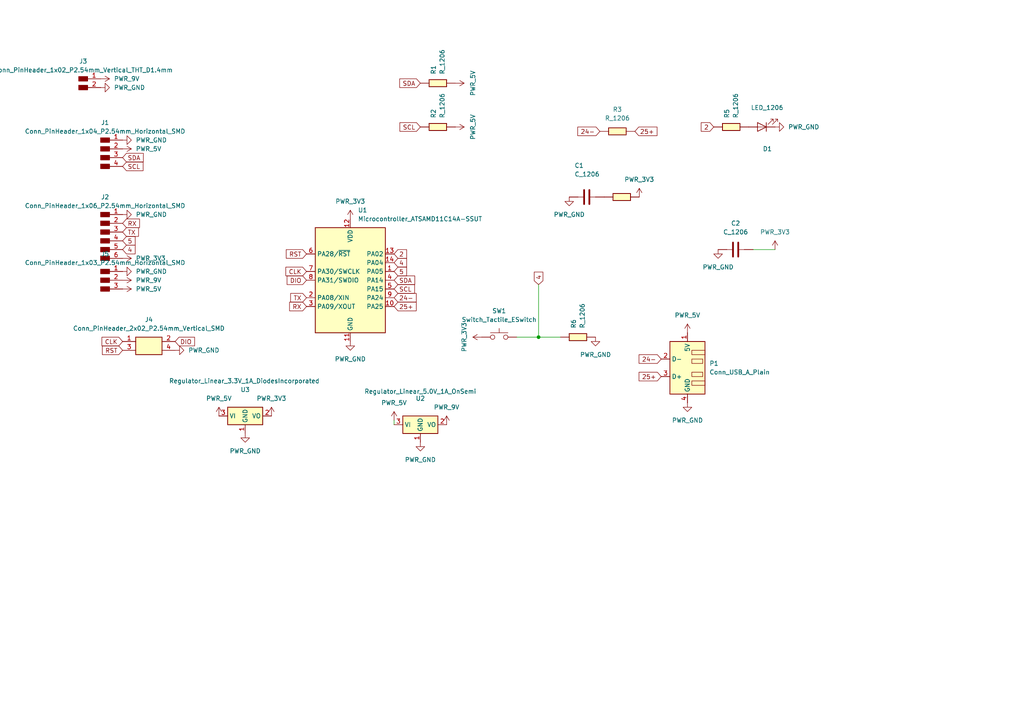
<source format=kicad_sch>
(kicad_sch (version 20231120) (generator "eeschema") (generator_version "8.0")
  (paper "A4")
  (lib_symbols
    (symbol "Fabac:C_1206" (pin_numbers hide)
      (property "Reference" "C" (at 0.635 2.54 0))
      (property "Value" "C_1206" (at 0.635 -2.54 0))
      (symbol "C_1206_0_1"
        (polyline (pts (xy -2.032 -0.762) (xy 2.032 -0.762)) (stroke (width 0.508)))
        (polyline (pts (xy -2.032 0.762) (xy 2.032 0.762)) (stroke (width 0.508)))
        (polyline (pts (xy 0 -0.635) (xy 0 -2.54)))
        (polyline (pts (xy 0 0.635) (xy 0 2.54)))
      )
      (symbol "C_1206_1_1"
        (pin passive line (at 0 5.08 270) (length 2.54) (name "~") (number "1"))
        (pin passive line (at 0 -5.08 90) (length 2.54) (name "~") (number "2"))
      )
    )
    (symbol "Fabac:Conn_PinHeader_1x02_P2.54mm_Vertical_THT_D1.4mm" (pin_names hide)
      (property "Reference" "J" (at 0 2.54 0))
      (property "Value" "Conn_PinHeader_1x02_P2.54mm_Vertical_THT_D1.4mm" (at 0 -5.08 0))
      (symbol "Conn_PinHeader_1x02_P2.54mm_Vertical_THT_D1.4mm_1_1"
        (rectangle (start -1.27 -1.905) (end 1.27 -3.175) (stroke (width 0.254)) (fill (type outline)))
        (rectangle (start -1.27 0.635) (end 1.27 -0.635) (stroke (width 0.254)) (fill (type outline)))
        (pin passive line (at 5.08 0 180) (length 3.81) (name "Pin_1") (number "1"))
        (pin passive line (at 5.08 -2.54 180) (length 3.81) (name "Pin_2") (number "2"))
      )
    )
    (symbol "Fabac:Conn_PinHeader_1x03_P2.54mm_Horizontal_SMD" (pin_names hide)
      (property "Reference" "J" (at 0 5.08 0))
      (property "Value" "Conn_PinHeader_1x03_P2.54mm_Horizontal_SMD" (at 0 -5.08 0))
      (symbol "Conn_PinHeader_1x03_P2.54mm_Horizontal_SMD_1_1"
        (rectangle (start -1.27 -1.905) (end 1.27 -3.175) (stroke (width 0.254)) (fill (type outline)))
        (rectangle (start -1.27 0.635) (end 1.27 -0.635) (stroke (width 0.254)) (fill (type outline)))
        (rectangle (start -1.27 3.175) (end 1.27 1.905) (stroke (width 0.254)) (fill (type outline)))
        (pin passive line (at 5.08 2.54 180) (length 3.81) (name "Pin_1") (number "1"))
        (pin passive line (at 5.08 0 180) (length 3.81) (name "Pin_2") (number "2"))
        (pin passive line (at 5.08 -2.54 180) (length 3.81) (name "Pin_3") (number "3"))
      )
    )
    (symbol "Fabac:Conn_PinHeader_1x04_P2.54mm_Horizontal_SMD" (pin_names hide)
      (property "Reference" "J" (at 0 5.08 0))
      (property "Value" "Conn_PinHeader_1x04_P2.54mm_Horizontal_SMD" (at 0 -7.62 0))
      (symbol "Conn_PinHeader_1x04_P2.54mm_Horizontal_SMD_1_1"
        (rectangle (start -1.27 -4.445) (end 1.27 -5.715) (stroke (width 0.254)) (fill (type outline)))
        (rectangle (start -1.27 -1.905) (end 1.27 -3.175) (stroke (width 0.254)) (fill (type outline)))
        (rectangle (start -1.27 0.635) (end 1.27 -0.635) (stroke (width 0.254)) (fill (type outline)))
        (rectangle (start -1.27 3.175) (end 1.27 1.905) (stroke (width 0.254)) (fill (type outline)))
        (pin passive line (at 5.08 2.54 180) (length 3.81) (name "Pin_1") (number "1"))
        (pin passive line (at 5.08 0 180) (length 3.81) (name "Pin_2") (number "2"))
        (pin passive line (at 5.08 -2.54 180) (length 3.81) (name "Pin_3") (number "3"))
        (pin passive line (at 5.08 -5.08 180) (length 3.81) (name "Pin_4") (number "4"))
      )
    )
    (symbol "Fabac:Conn_PinHeader_1x06_P2.54mm_Horizontal_SMD" (pin_names hide)
      (property "Reference" "J" (at 0 7.62 0))
      (property "Value" "Conn_PinHeader_1x06_P2.54mm_Horizontal_SMD" (at 0 -10.16 0))
      (symbol "Conn_PinHeader_1x06_P2.54mm_Horizontal_SMD_1_1"
        (rectangle (start -1.27 -6.985) (end 1.27 -8.255) (stroke (width 0.254)) (fill (type outline)))
        (rectangle (start -1.27 -4.445) (end 1.27 -5.715) (stroke (width 0.254)) (fill (type outline)))
        (rectangle (start -1.27 -1.905) (end 1.27 -3.175) (stroke (width 0.254)) (fill (type outline)))
        (rectangle (start -1.27 0.635) (end 1.27 -0.635) (stroke (width 0.254)) (fill (type outline)))
        (rectangle (start -1.27 3.175) (end 1.27 1.905) (stroke (width 0.254)) (fill (type outline)))
        (rectangle (start -1.27 5.715) (end 1.27 4.445) (stroke (width 0.254)) (fill (type outline)))
        (pin passive line (at 5.08 5.08 180) (length 3.81) (name "Pin_1") (number "1"))
        (pin passive line (at 5.08 2.54 180) (length 3.81) (name "Pin_2") (number "2"))
        (pin passive line (at 5.08 0 180) (length 3.81) (name "Pin_3") (number "3"))
        (pin passive line (at 5.08 -2.54 180) (length 3.81) (name "Pin_4") (number "4"))
        (pin passive line (at 5.08 -5.08 180) (length 3.81) (name "Pin_5") (number "5"))
        (pin passive line (at 5.08 -7.62 180) (length 3.81) (name "Pin_6") (number "6"))
      )
    )
    (symbol "Fabac:Conn_PinHeader_2x02_P2.54mm_Vertical_SMD" (pin_names hide)
      (property "Reference" "J" (at 0 3.81 0))
      (property "Value" "Conn_PinHeader_2x02_P2.54mm_Vertical_SMD" (at 0 -3.81 0))
      (symbol "Conn_PinHeader_2x02_P2.54mm_Vertical_SMD_1_1"
        (rectangle (start -3.81 2.54) (end 3.81 -2.54) (stroke (width 0.254)) (fill (type background)))
        (pin passive line (at -7.62 1.27 0) (length 3.81) (name "Pin_1") (number "1"))
        (pin passive line (at 7.62 1.27 180) (length 3.81) (name "Pin_2") (number "2"))
        (pin passive line (at -7.62 -1.27 0) (length 3.81) (name "Pin_3") (number "3"))
        (pin passive line (at 7.62 -1.27 180) (length 3.81) (name "Pin_4") (number "4"))
      )
    )
    (symbol "Fabac:Conn_USB_A_Plain"
      (property "Reference" "P" (at -5.08 8.89 0))
      (property "Value" "Conn_USB_A_Plain" (at 1.27 8.89 0))
      (symbol "Conn_USB_A_Plain_0_1"
        (rectangle (start -5.08 7.62) (end 5.08 -7.62) (stroke (width 0.254)) (fill (type background)))
        (rectangle (start 1.27 -3.81) (end 5.08 -5.08))
        (rectangle (start 1.27 -1.27) (end 4.445 -2.54))
        (rectangle (start 1.27 2.54) (end 4.445 1.27))
        (rectangle (start 1.27 5.08) (end 5.08 3.81))
      )
      (symbol "Conn_USB_A_Plain_1_1"
        (pin power_in line (at 0 10.16 270) (length 2.54) (name "5V") (number "1"))
        (pin bidirectional line (at -7.62 2.54 0) (length 2.54) (name "D-") (number "2"))
        (pin bidirectional line (at -7.62 -2.54 0) (length 2.54) (name "D+") (number "3"))
        (pin power_in line (at 0 -10.16 90) (length 2.54) (name "GND") (number "4"))
      )
    )
    (symbol "Fabac:LED_1206" (pin_numbers hide) (pin_names (offset 1.016) hide)
      (property "Reference" "D" (at 0 2.54 0))
      (property "Value" "LED_1206" (at 0 -2.54 0))
      (symbol "LED_1206_0_1"
        (polyline (pts (xy -1.27 -1.27) (xy -1.27 1.27)) (stroke (width 0.2032)))
        (polyline (pts (xy -1.27 0) (xy 1.27 0)))
        (polyline (pts (xy 1.27 -1.27) (xy 1.27 1.27) (xy -1.27 0) (xy 1.27 -1.27)) (stroke (width 0.2032)))
        (polyline (pts (xy -3.048 -0.762) (xy -4.572 -2.286) (xy -3.81 -2.286) (xy -4.572 -2.286) (xy -4.572 -1.524)))
        (polyline (pts (xy -1.778 -0.762) (xy -3.302 -2.286) (xy -2.54 -2.286) (xy -3.302 -2.286) (xy -3.302 -1.524)))
      )
      (symbol "LED_1206_1_1"
        (pin passive line (at -3.81 0 0) (length 2.54) (name "K") (number "1"))
        (pin passive line (at 3.81 0 180) (length 2.54) (name "A") (number "2"))
      )
    )
    (symbol "Fabac:Microcontroller_ATSAMD11C14A-SSUT"
      (property "Reference" "U" (at -10.16 16.51 0))
      (property "Value" "Microcontroller_ATSAMD11C14A-SSUT" (at 1.27 16.51 0))
      (symbol "Microcontroller_ATSAMD11C14A-SSUT_0_1"
        (rectangle (start -10.16 15.24) (end 10.16 -15.24) (stroke (width 0.254)) (fill (type background)))
      )
      (symbol "Microcontroller_ATSAMD11C14A-SSUT_1_1"
        (pin bidirectional line (at 12.7 2.54 180) (length 2.54) (name "PA05") (number "1"))
        (pin bidirectional line (at 12.7 -7.62 180) (length 2.54) (name "PA25") (number "10"))
        (pin power_in line (at 0 -17.78 90) (length 2.54) (name "GND") (number "11"))
        (pin power_in line (at 0 17.78 270) (length 2.54) (name "VDD") (number "12"))
        (pin bidirectional line (at 12.7 7.62 180) (length 2.54) (name "PA02") (number "13"))
        (pin bidirectional line (at 12.7 5.08 180) (length 2.54) (name "PA04") (number "14"))
        (pin bidirectional line (at -12.7 -5.08 0) (length 2.54) (name "PA08/XIN") (number "2"))
        (pin bidirectional line (at -12.7 -7.62 0) (length 2.54) (name "PA09/XOUT") (number "3"))
        (pin bidirectional line (at 12.7 0 180) (length 2.54) (name "PA14") (number "4"))
        (pin bidirectional line (at 12.7 -2.54 180) (length 2.54) (name "PA15") (number "5"))
        (pin bidirectional line (at -12.7 7.62 0) (length 2.54) (name "PA28/~{RST}") (number "6"))
        (pin bidirectional line (at -12.7 2.54 0) (length 2.54) (name "PA30/SWCLK") (number "7"))
        (pin bidirectional line (at -12.7 0 0) (length 2.54) (name "PA31/SWDIO") (number "8"))
        (pin bidirectional line (at 12.7 -5.08 180) (length 2.54) (name "PA24") (number "9"))
      )
    )
    (symbol "Fabac:PWR_3V3" (power) (pin_names (offset 0))
      (property "Value" "PWR_3V3" (at 0 3.556 0))
      (symbol "PWR_3V3_0_1"
        (polyline (pts (xy -0.762 1.27) (xy 0 2.54)))
        (polyline (pts (xy 0 0) (xy 0 2.54)))
        (polyline (pts (xy 0 2.54) (xy 0.762 1.27)))
      )
      (symbol "PWR_3V3_1_1"
        (pin power_in line (at 0 0 90) (length 0) hide (name "PWR_3V3") (number "1"))
      )
    )
    (symbol "Fabac:PWR_5V" (power) (pin_names (offset 0))
      (property "Value" "PWR_5V" (at 0 3.556 0))
      (symbol "PWR_5V_0_1"
        (polyline (pts (xy -0.762 1.27) (xy 0 2.54)))
        (polyline (pts (xy 0 0) (xy 0 2.54)))
        (polyline (pts (xy 0 2.54) (xy 0.762 1.27)))
      )
      (symbol "PWR_5V_1_1"
        (pin power_in line (at 0 0 90) (length 0) hide (name "PWR_5V") (number "1"))
      )
    )
    (symbol "Fabac:PWR_9V" (power) (pin_names (offset 0))
      (property "Value" "PWR_9V" (at 0 3.556 0))
      (symbol "PWR_9V_0_1"
        (polyline (pts (xy -0.762 1.27) (xy 0 2.54)))
        (polyline (pts (xy 0 0) (xy 0 2.54)))
        (polyline (pts (xy 0 2.54) (xy 0.762 1.27)))
      )
      (symbol "PWR_9V_1_1"
        (pin power_in line (at 0 0 90) (length 0) hide (name "PWR_9V") (number "1"))
      )
    )
    (symbol "Fabac:PWR_GND" (power) (pin_names (offset 0))
      (property "Value" "PWR_GND" (at 0 -3.81 0))
      (symbol "PWR_GND_0_1"
        (polyline (pts (xy 0 0) (xy 0 -1.27) (xy 1.27 -1.27) (xy 0 -2.54) (xy -1.27 -1.27) (xy 0 -1.27)))
      )
      (symbol "PWR_GND_1_1"
        (pin power_in line (at 0 0 270) (length 0) hide (name "PWR_GND") (number "1"))
      )
    )
    (symbol "Fabac:R_1206" (pin_numbers hide) (pin_names (offset 0))
      (property "Reference" "R" (at 2.54 0 90))
      (property "Value" "R_1206" (at -2.54 0 90))
      (symbol "R_1206_0_1"
        (rectangle (start -1.016 -2.54) (end 1.016 2.54) (stroke (width 0.254)) (fill (type background)))
      )
      (symbol "R_1206_1_1"
        (pin passive line (at 0 5.08 270) (length 2.54) (name "~") (number "1"))
        (pin passive line (at 0 -5.08 90) (length 2.54) (name "~") (number "2"))
      )
    )
    (symbol "Fabac:Regulator_Linear_3.3V_1A_DiodesIncorporated"
      (property "Reference" "U" (at -5.08 6.35 0))
      (property "Value" "Regulator_Linear_3.3V_1A_DiodesIncorporated" (at -5.08 3.81 0))
      (symbol "Regulator_Linear_3.3V_1A_DiodesIncorporated_0_1"
        (rectangle (start -5.08 2.54) (end 5.08 -2.54) (stroke (width 0.254)) (fill (type background)))
      )
      (symbol "Regulator_Linear_3.3V_1A_DiodesIncorporated_1_1"
        (pin power_in line (at 0 -5.08 90) (length 2.54) (name "GND") (number "1"))
        (pin power_out line (at 7.62 0 180) (length 2.54) (name "VO") (number "2"))
        (pin power_in line (at -7.62 0 0) (length 2.54) (name "VI") (number "3"))
      )
    )
    (symbol "Fabac:Regulator_Linear_5.0V_1A_OnSemi"
      (property "Reference" "U" (at -5.08 6.35 0))
      (property "Value" "Regulator_Linear_5.0V_1A_OnSemi" (at -5.08 3.81 0))
      (symbol "Regulator_Linear_5.0V_1A_OnSemi_0_1"
        (rectangle (start -5.08 2.54) (end 5.08 -2.54) (stroke (width 0.254)) (fill (type background)))
      )
      (symbol "Regulator_Linear_5.0V_1A_OnSemi_1_1"
        (pin power_in line (at 0 -5.08 90) (length 2.54) (name "GND") (number "1"))
        (pin power_out line (at 7.62 0 180) (length 2.54) (name "VO") (number "2"))
        (pin power_in line (at -7.62 0 0) (length 2.54) (name "VI") (number "3"))
      )
    )
    (symbol "Fabac:Switch_Tactile_ESwitch" (pin_numbers hide) (pin_names hide)
      (property "Reference" "SW" (at 1.905 3.175 0))
      (property "Value" "Switch_Tactile_ESwitch" (at 0 0 0))
      (symbol "Switch_Tactile_ESwitch_0_1"
        (circle (center -1.905 0) (radius 0.635))
        (polyline (pts (xy -2.54 1.27) (xy 2.54 1.27)))
        (polyline (pts (xy 0 1.27) (xy 0 2.54)))
        (circle (center 1.905 0) (radius 0.635))
      )
      (symbol "Switch_Tactile_ESwitch_1_1"
        (pin input line (at -5.08 0 0) (length 2.54) (name "") (number "1"))
        (pin input line (at -5.08 0 0) (length 2.54) hide (name "") (number "2"))
        (pin input line (at 5.08 0 180) (length 2.54) (name "") (number "3"))
        (pin input line (at 5.08 0 180) (length 2.54) hide (name "") (number "4"))
      )
    )
  )
  (junction (at 156.21 97.79))
  (wire (pts (xy 224.79 72.39) (xy 218.44 72.39)))
  (wire (pts (xy 156.21 82.55) (xy 156.21 97.79)))
  (wire (pts (xy 149.86 97.79) (xy 156.21 97.79)))
  (wire (pts (xy 156.21 97.79) (xy 162.56 97.79)))
  (wire (pts (xy 114.3 123.19) (xy 114.3 121.92)))
  (global_label "RX" (shape input) (at 35.56 64.77 0) (property "Intersheetrefs" "${INTERSHEET_REFS}" (effects (hide yes))))
  (global_label "24-" (shape input) (at 191.77 104.14 180) (property "Intersheetrefs" "${INTERSHEET_REFS}" (effects (hide yes))))
  (global_label "DIO" (shape input) (at 88.9 81.28 180) (property "Intersheetrefs" "${INTERSHEET_REFS}" (effects (hide yes))))
  (global_label "RST" (shape input) (at 35.56 101.6 180) (property "Intersheetrefs" "${INTERSHEET_REFS}" (effects (hide yes))))
  (global_label "DIO" (shape input) (at 50.8 99.06 0) (property "Intersheetrefs" "${INTERSHEET_REFS}" (effects (hide yes))))
  (global_label "RST" (shape input) (at 88.9 73.66 180) (property "Intersheetrefs" "${INTERSHEET_REFS}" (effects (hide yes))))
  (global_label "2" (shape input) (at 114.3 73.66 0) (property "Intersheetrefs" "${INTERSHEET_REFS}" (effects (hide yes))))
  (global_label "SDA" (shape input) (at 35.56 45.72 0) (property "Intersheetrefs" "${INTERSHEET_REFS}" (effects (hide yes))))
  (global_label "24-" (shape input) (at 114.3 86.36 0) (property "Intersheetrefs" "${INTERSHEET_REFS}" (effects (hide yes))))
  (global_label "25+" (shape input) (at 191.77 109.22 180) (property "Intersheetrefs" "${INTERSHEET_REFS}" (effects (hide yes))))
  (global_label "SCL" (shape input) (at 35.56 48.26 0) (property "Intersheetrefs" "${INTERSHEET_REFS}" (effects (hide yes))))
  (global_label "4" (shape input) (at 35.56 72.39 0) (property "Intersheetrefs" "${INTERSHEET_REFS}" (effects (hide yes))))
  (global_label "2" (shape input) (at 207.01 36.83 180) (property "Intersheetrefs" "${INTERSHEET_REFS}" (effects (hide yes))))
  (global_label "SDA" (shape input) (at 121.92 24.13 180) (property "Intersheetrefs" "${INTERSHEET_REFS}" (effects (hide yes))))
  (global_label "SDA" (shape input) (at 114.3 81.28 0) (property "Intersheetrefs" "${INTERSHEET_REFS}" (effects (hide yes))))
  (global_label "5" (shape input) (at 114.3 78.74 0) (property "Intersheetrefs" "${INTERSHEET_REFS}" (effects (hide yes))))
  (global_label "CLK" (shape input) (at 35.56 99.06 180) (property "Intersheetrefs" "${INTERSHEET_REFS}" (effects (hide yes))))
  (global_label "24-" (shape input) (at 173.99 38.1 180) (property "Intersheetrefs" "${INTERSHEET_REFS}" (effects (hide yes))))
  (global_label "CLK" (shape input) (at 88.9 78.74 180) (property "Intersheetrefs" "${INTERSHEET_REFS}" (effects (hide yes))))
  (global_label "4" (shape input) (at 156.21 82.55 90) (property "Intersheetrefs" "${INTERSHEET_REFS}" (effects (hide yes))))
  (global_label "4" (shape input) (at 114.3 76.2 0) (property "Intersheetrefs" "${INTERSHEET_REFS}" (effects (hide yes))))
  (global_label "TX" (shape input) (at 88.9 86.36 180) (property "Intersheetrefs" "${INTERSHEET_REFS}" (effects (hide yes))))
  (global_label "25+" (shape input) (at 184.15 38.1 0) (property "Intersheetrefs" "${INTERSHEET_REFS}" (effects (hide yes))))
  (global_label "25+" (shape input) (at 114.3 88.9 0) (property "Intersheetrefs" "${INTERSHEET_REFS}" (effects (hide yes))))
  (global_label "SCL" (shape input) (at 121.92 36.83 180) (property "Intersheetrefs" "${INTERSHEET_REFS}" (effects (hide yes))))
  (global_label "5" (shape input) (at 35.56 69.85 0) (property "Intersheetrefs" "${INTERSHEET_REFS}" (effects (hide yes))))
  (global_label "RX" (shape input) (at 88.9 88.9 180) (property "Intersheetrefs" "${INTERSHEET_REFS}" (effects (hide yes))))
  (global_label "SCL" (shape input) (at 114.3 83.82 0) (property "Intersheetrefs" "${INTERSHEET_REFS}" (effects (hide yes))))
  (global_label "TX" (shape input) (at 35.56 67.31 0) (property "Intersheetrefs" "${INTERSHEET_REFS}" (effects (hide yes))))
  (symbol (lib_id "Fabac:PWR_5V") (at 114.3 121.92 0) (unit 1)
    (property "Reference" "#PWR07" (effects (hide yes)))
    (property "Value" "PWR_5V" (at 114.3 116.84 0))
    (property "Description" "Power symbol creates a global label with name \"+5V\"" (effects (hide yes)))
  )
  (symbol (lib_id "Fabac:PWR_GND") (at 224.79 36.83 90) (unit 1)
    (property "Reference" "#PWR024" (effects (hide yes)))
    (property "Value" "PWR_GND" (at 228.6 36.8299 90) (effects (justify right)))
    (property "Description" "Power symbol creates a global label with name \"GND\" , ground" (effects (hide yes)))
  )
  (symbol (lib_id "Fabac:R_1206") (at 127 36.83 90) (unit 1)
    (property "Reference" "R2" (at 125.7299 34.29 0) (effects (justify left)))
    (property "Value" "R_1206" (at 128.2699 34.29 0) (effects (justify left)))
    (property "Footprint" "R_1206" (effects (hide yes)))
    (property "Description" "Resistor" (effects (hide yes)))
  )
  (symbol (lib_id "Fabac:PWR_5V") (at 132.08 24.13 270) (unit 1)
    (property "Reference" "#PWR020" (effects (hide yes)))
    (property "Value" "PWR_5V" (at 137.16 24.13 0))
    (property "Description" "Power symbol creates a global label with name \"+5V\"" (effects (hide yes)))
  )
  (symbol (lib_id "Fabac:R_1206") (at 179.07 38.1 90) (unit 1)
    (property "Reference" "R3" (at 179.07 31.75 90))
    (property "Value" "R_1206" (at 179.07 34.29 90))
    (property "Footprint" "R_1206" (effects (hide yes)))
    (property "Description" "Resistor" (effects (hide yes)))
  )
  (symbol (lib_id "Fabac:LED_1206") (at 220.98 36.83 180) (unit 1)
    (property "Reference" "D1" (at 222.5802 43.18 0))
    (property "Value" "LED_1206" (at 222.504 31.242 0))
    (property "Footprint" "LED_1206" (effects (hide yes)))
    (property "Datasheet" "https://optoelectronics.liteon.com/upload/download/DS-22-98-0002/LTST-C150CKT.pdf" (effects (hide yes)))
    (property "Description" "Light emitting diode, Lite-On Inc. LTST, SMD" (effects (hide yes)))
  )
  (symbol (lib_id "Fabac:PWR_GND") (at 50.8 101.6 90) (unit 1)
    (property "Reference" "#PWR019" (effects (hide yes)))
    (property "Value" "PWR_GND" (at 54.61 101.5999 90) (effects (justify right)))
    (property "Description" "Power symbol creates a global label with name \"GND\" , ground" (effects (hide yes)))
  )
  (symbol (lib_id "Fabac:C_1206") (at 213.36 72.39 270) (unit 1)
    (property "Reference" "C2" (at 213.36 64.77 90))
    (property "Value" "C_1206" (at 213.36 67.31 90))
    (property "Footprint" "C_1206" (effects (hide yes)))
    (property "Datasheet" "https://www.yageo.com/upload/media/product/productsearch/datasheet/mlcc/UPY-GP_NP0_16V-to-50V_18.pdf" (effects (hide yes)))
    (property "Description" "Unpolarized capacitor, SMD, 1206" (effects (hide yes)))
  )
  (symbol (lib_id "Fabac:PWR_GND") (at 208.28 72.39 0) (unit 1)
    (property "Reference" "#PWR025" (effects (hide yes)))
    (property "Value" "PWR_GND" (at 208.28 77.47 0))
    (property "Description" "Power symbol creates a global label with name \"GND\" , ground" (effects (hide yes)))
  )
  (symbol (lib_id "Fabac:Conn_PinHeader_1x04_P2.54mm_Horizontal_SMD") (at 30.48 43.18 0) (unit 1)
    (property "Reference" "J1" (at 30.48 35.56 0))
    (property "Value" "Conn_PinHeader_1x04_P2.54mm_Horizontal_SMD" (at 30.48 38.1 0))
    (property "Footprint" "PinHeader_1x04_P2.54mm_Horizontal_SMD" (effects (hide yes)))
    (property "Description" "Male connector, single row" (effects (hide yes)))
  )
  (symbol (lib_id "Fabac:R_1206") (at 127 24.13 90) (unit 1)
    (property "Reference" "R1" (at 125.7299 21.59 0) (effects (justify left)))
    (property "Value" "R_1206" (at 128.2699 21.59 0) (effects (justify left)))
    (property "Footprint" "R_1206" (effects (hide yes)))
    (property "Description" "Resistor" (effects (hide yes)))
  )
  (symbol (lib_id "Fabac:PWR_GND") (at 101.6 99.06 0) (unit 1)
    (property "Reference" "#PWR023" (effects (hide yes)))
    (property "Value" "PWR_GND" (at 101.6 104.14 0))
    (property "Description" "Power symbol creates a global label with name \"GND\" , ground" (effects (hide yes)))
  )
  (symbol (lib_id "Fabac:PWR_3V3") (at 224.79 72.39 0) (unit 1)
    (property "Reference" "#PWR026" (effects (hide yes)))
    (property "Value" "PWR_3V3" (at 224.79 67.31 0))
    (property "Description" "Power symbol creates a global label with name \"+3V3\"" (effects (hide yes)))
  )
  (symbol (lib_id "Fabac:PWR_3V3") (at 185.42 57.15 0) (unit 1)
    (property "Reference" "#PWR029" (effects (hide yes)))
    (property "Value" "PWR_3V3" (at 185.42 52.07 0))
    (property "Description" "Power symbol creates a global label with name \"+3V3\"" (effects (hide yes)))
  )
  (symbol (lib_id "Fabac:PWR_GND") (at 172.72 97.79 0) (unit 1)
    (property "Reference" "#PWR027" (effects (hide yes)))
    (property "Value" "PWR_GND" (at 172.72 102.87 0))
    (property "Description" "Power symbol creates a global label with name \"GND\" , ground" (effects (hide yes)))
  )
  (symbol (lib_id "Fabac:R_1206") (at 180.34 57.15 270) (unit 1)
    (property "Reference" "R4" (effects (hide yes)))
    (property "Value" "R_1206" (effects (hide yes)))
    (property "Footprint" "R_1206" (effects (hide yes)))
    (property "Description" "Resistor" (effects (hide yes)))
  )
  (symbol (lib_id "Fabac:R_1206") (at 212.09 36.83 90) (unit 1)
    (property "Reference" "R5" (at 210.8199 34.29 0) (effects (justify left)))
    (property "Value" "R_1206" (at 213.3599 34.29 0) (effects (justify left)))
    (property "Footprint" "R_1206" (effects (hide yes)))
    (property "Description" "Resistor" (effects (hide yes)))
  )
  (symbol (lib_id "Fabac:Microcontroller_ATSAMD11C14A-SSUT") (at 101.6 81.28 0) (unit 1)
    (property "Reference" "U1" (at 103.7941 60.96 0) (effects (justify left)))
    (property "Value" "Microcontroller_ATSAMD11C14A-SSUT" (at 103.7941 63.5 0) (effects (justify left)))
    (property "Footprint" "SOIC-14_3.9x8.7mm_P1.27mm" (effects (hide yes)))
    (property "Datasheet" "https://ww1.microchip.com/downloads/en/DeviceDoc/Atmel-42363-SAM-D11_Datasheet.pdf" (effects (hide yes)))
    (property "Description" "IC MCU 32BIT 16KB FLASH 14SOIC" (effects (hide yes)))
  )
  (symbol (lib_id "Fabac:Conn_PinHeader_1x03_P2.54mm_Horizontal_SMD") (at 30.48 81.28 0) (unit 1)
    (property "Reference" "J5" (at 30.48 73.66 0))
    (property "Value" "Conn_PinHeader_1x03_P2.54mm_Horizontal_SMD" (at 30.48 76.2 0))
    (property "Footprint" "PinHeader_1x03_P2.54mm_Horizontal_SMD" (effects (hide yes)))
    (property "Description" "Male connector, single row" (effects (hide yes)))
  )
  (symbol (lib_id "Fabac:C_1206") (at 170.18 57.15 270) (unit 1)
    (property "Reference" "C1" (at 166.624 48.006 90) (effects (justify left)))
    (property "Value" "C_1206" (at 166.624 50.546 90) (effects (justify left)))
    (property "Footprint" "C_1206" (effects (hide yes)))
    (property "Datasheet" "https://www.yageo.com/upload/media/product/productsearch/datasheet/mlcc/UPY-GP_NP0_16V-to-50V_18.pdf" (effects (hide yes)))
    (property "Description" "Unpolarized capacitor, SMD, 1206" (effects (hide yes)))
  )
  (symbol (lib_id "Fabac:Conn_PinHeader_1x02_P2.54mm_Vertical_THT_D1.4mm") (at 24.13 22.86 0) (unit 1)
    (property "Reference" "J3" (at 24.13 17.78 0))
    (property "Value" "Conn_PinHeader_1x02_P2.54mm_Vertical_THT_D1.4mm" (at 24.13 20.32 0))
    (property "Footprint" "PinHeader_1x02_P2.54mm_Vertical_THT_D1.4mm" (effects (hide yes)))
    (property "Description" "Male connector, single row" (effects (hide yes)))
  )
  (symbol (lib_id "Fabac:Regulator_Linear_5.0V_1A_OnSemi") (at 121.92 123.19 0) (unit 1)
    (property "Reference" "U2" (at 121.92 115.57 0))
    (property "Value" "Regulator_Linear_5.0V_1A_OnSemi" (at 121.92 113.538 0))
    (property "Footprint" "SOT-223-3_TabPin2" (effects (hide yes)))
    (property "Datasheet" "https://www.onsemi.com/pdf/datasheet/ncp1117-d.pdf" (effects (hide yes)))
    (property "Description" "5.0V 1A Linear Voltage Regulator from OnSemi in SOT-223-3_TabPin2 package" (effects (hide yes)))
  )
  (symbol (lib_id "Fabac:PWR_5V") (at 35.56 43.18 270) (unit 1)
    (property "Reference" "#PWR011" (effects (hide yes)))
    (property "Value" "PWR_5V" (at 39.37 43.1799 90) (effects (justify left)))
    (property "Description" "Power symbol creates a global label with name \"+5V\"" (effects (hide yes)))
  )
  (symbol (lib_id "Fabac:PWR_9V") (at 29.21 22.86 270) (unit 1)
    (property "Reference" "#PWR017" (effects (hide yes)))
    (property "Value" "PWR_9V" (at 33.02 22.8599 90) (effects (justify left)))
    (property "Description" "Power symbol creates a global label with name \"+9V\"" (effects (hide yes)))
  )
  (symbol (lib_id "Fabac:R_1206") (at 167.64 97.79 90) (unit 1)
    (property "Reference" "R6" (at 166.3699 95.25 0) (effects (justify left)))
    (property "Value" "R_1206" (at 168.9099 95.25 0) (effects (justify left)))
    (property "Footprint" "R_1206" (effects (hide yes)))
    (property "Description" "Resistor" (effects (hide yes)))
  )
  (symbol (lib_id "Fabac:PWR_GND") (at 121.92 128.27 0) (unit 1)
    (property "Reference" "#PWR04" (effects (hide yes)))
    (property "Value" "PWR_GND" (at 121.92 133.35 0))
    (property "Description" "Power symbol creates a global label with name \"GND\" , ground" (effects (hide yes)))
  )
  (symbol (lib_id "Fabac:PWR_3V3") (at 78.74 120.65 0) (unit 1)
    (property "Reference" "#PWR09" (effects (hide yes)))
    (property "Value" "PWR_3V3" (at 78.74 115.57 0))
    (property "Description" "Power symbol creates a global label with name \"+3V3\"" (effects (hide yes)))
  )
  (symbol (lib_id "Fabac:PWR_5V") (at 132.08 36.83 270) (unit 1)
    (property "Reference" "#PWR021" (effects (hide yes)))
    (property "Value" "PWR_5V" (at 137.16 36.83 0))
    (property "Description" "Power symbol creates a global label with name \"+5V\"" (effects (hide yes)))
  )
  (symbol (lib_id "Fabac:Conn_PinHeader_1x06_P2.54mm_Horizontal_SMD") (at 30.48 67.31 0) (unit 1)
    (property "Reference" "J2" (at 30.48 57.15 0))
    (property "Value" "Conn_PinHeader_1x06_P2.54mm_Horizontal_SMD" (at 30.48 59.69 0))
    (property "Footprint" "PinHeader_1x06_P2.54mm_Horizontal_SMD" (effects (hide yes)))
    (property "Datasheet" "https://gct.co/files/specs/2.54mm-socket-spec.pdf" (effects (hide yes)))
    (property "Description" "Male connector, single row" (effects (hide yes)))
  )
  (symbol (lib_id "Fabac:PWR_9V") (at 129.54 123.19 0) (unit 1)
    (property "Reference" "#PWR08" (effects (hide yes)))
    (property "Value" "PWR_9V" (at 129.54 118.11 0))
    (property "Description" "Power symbol creates a global label with name \"+9V\"" (effects (hide yes)))
  )
  (symbol (lib_id "Fabac:PWR_9V") (at 35.56 81.28 270) (unit 1)
    (property "Reference" "#PWR014" (effects (hide yes)))
    (property "Value" "PWR_9V" (at 39.37 81.2799 90) (effects (justify left)))
    (property "Description" "Power symbol creates a global label with name \"+9V\"" (effects (hide yes)))
  )
  (symbol (lib_id "Fabac:PWR_GND") (at 71.12 125.73 0) (unit 1)
    (property "Reference" "#PWR05" (effects (hide yes)))
    (property "Value" "PWR_GND" (at 71.12 130.81 0))
    (property "Description" "Power symbol creates a global label with name \"GND\" , ground" (effects (hide yes)))
  )
  (symbol (lib_id "Fabac:PWR_5V") (at 63.5 120.65 0) (unit 1)
    (property "Reference" "#PWR06" (effects (hide yes)))
    (property "Value" "PWR_5V" (at 63.5 115.57 0))
    (property "Description" "Power symbol creates a global label with name \"+5V\"" (effects (hide yes)))
  )
  (symbol (lib_id "Fabac:Regulator_Linear_3.3V_1A_DiodesIncorporated") (at 71.12 120.65 0) (unit 1)
    (property "Reference" "U3" (at 71.12 113.03 0))
    (property "Value" "Regulator_Linear_3.3V_1A_DiodesIncorporated" (at 70.866 110.49 0))
    (property "Footprint" "SOT-223-3_TabPin2" (effects (hide yes)))
    (property "Datasheet" "https://www.diodes.com/assets/Datasheets/AZ1117I.pdf" (effects (hide yes)))
    (property "Description" "3.3V 1A Linear regulator from Diodes Incorporated in SOT-223-3 package" (effects (hide yes)))
  )
  (symbol (lib_id "Fabac:PWR_3V3") (at 139.7 97.79 90) (unit 1)
    (property "Reference" "#PWR022" (effects (hide yes)))
    (property "Value" "PWR_3V3" (at 134.62 97.79 0))
    (property "Description" "Power symbol creates a global label with name \"+3V3\"" (effects (hide yes)))
  )
  (symbol (lib_id "Fabac:PWR_GND") (at 199.39 116.84 0) (unit 1)
    (property "Reference" "#PWR03" (effects (hide yes)))
    (property "Value" "PWR_GND" (at 199.39 121.92 0))
    (property "Description" "Power symbol creates a global label with name \"GND\" , ground" (effects (hide yes)))
  )
  (symbol (lib_id "Fabac:Switch_Tactile_ESwitch") (at 144.78 97.79 0) (unit 1)
    (property "Reference" "SW1" (at 144.78 90.17 0))
    (property "Value" "Switch_Tactile_ESwitch" (at 144.78 92.71 0))
    (property "Footprint" "Button_ESwitch_TL3315NF100Q_4.5x4.5mm" (effects (hide yes)))
    (property "Datasheet" "https://media.digikey.com/pdf/Data%20Sheets/E-Switch%20PDFs/TL3315.pdf" (effects (hide yes)))
    (property "Description" "SWITCH TACTILE SPST-NO 0.05A 15V" (effects (hide yes)))
  )
  (symbol (lib_id "Fabac:PWR_GND") (at 29.21 25.4 90) (unit 1)
    (property "Reference" "#PWR018" (effects (hide yes)))
    (property "Value" "PWR_GND" (at 33.02 25.3999 90) (effects (justify right)))
    (property "Description" "Power symbol creates a global label with name \"GND\" , ground" (effects (hide yes)))
  )
  (symbol (lib_id "Fabac:PWR_5V") (at 199.39 96.52 0) (unit 1)
    (property "Reference" "#PWR02" (effects (hide yes)))
    (property "Value" "PWR_5V" (at 199.39 91.44 0))
    (property "Description" "Power symbol creates a global label with name \"+5V\"" (effects (hide yes)))
  )
  (symbol (lib_id "Fabac:PWR_5V") (at 35.56 83.82 270) (unit 1)
    (property "Reference" "#PWR015" (effects (hide yes)))
    (property "Value" "PWR_5V" (at 39.37 83.8199 90) (effects (justify left)))
    (property "Description" "Power symbol creates a global label with name \"+5V\"" (effects (hide yes)))
  )
  (symbol (lib_id "Fabac:Conn_USB_A_Plain") (at 199.39 106.68 0) (unit 1)
    (property "Reference" "P1" (at 205.74 105.4099 0) (effects (justify left)))
    (property "Value" "Conn_USB_A_Plain" (at 205.74 107.9499 0) (effects (justify left)))
    (property "Footprint" "Conn_USB_A_Plain" (effects (hide yes)))
    (property "Description" "Plain USB connector that can be milled with as PCB milling machine " (effects (hide yes)))
  )
  (symbol (lib_id "Fabac:PWR_GND") (at 35.56 40.64 90) (unit 1)
    (property "Reference" "#PWR010" (effects (hide yes)))
    (property "Value" "PWR_GND" (at 39.37 40.6399 90) (effects (justify right)))
    (property "Description" "Power symbol creates a global label with name \"GND\" , ground" (effects (hide yes)))
  )
  (symbol (lib_id "Fabac:PWR_3V3") (at 35.56 74.93 270) (unit 1)
    (property "Reference" "#PWR016" (effects (hide yes)))
    (property "Value" "PWR_3V3" (at 39.37 74.9299 90) (effects (justify left)))
    (property "Description" "Power symbol creates a global label with name \"+3V3\"" (effects (hide yes)))
  )
  (symbol (lib_id "Fabac:PWR_GND") (at 35.56 78.74 90) (unit 1)
    (property "Reference" "#PWR013" (effects (hide yes)))
    (property "Value" "PWR_GND" (at 39.37 78.7399 90) (effects (justify right)))
    (property "Description" "Power symbol creates a global label with name \"GND\" , ground" (effects (hide yes)))
  )
  (symbol (lib_id "Fabac:PWR_3V3") (at 101.6 63.5 0) (unit 1)
    (property "Reference" "#PWR01" (effects (hide yes)))
    (property "Value" "PWR_3V3" (at 101.6 58.42 0))
    (property "Description" "Power symbol creates a global label with name \"+3V3\"" (effects (hide yes)))
  )
  (symbol (lib_id "Fabac:PWR_GND") (at 165.1 57.15 0) (unit 1)
    (property "Reference" "#PWR028" (effects (hide yes)))
    (property "Value" "PWR_GND" (at 165.1 62.23 0))
    (property "Description" "Power symbol creates a global label with name \"GND\" , ground" (effects (hide yes)))
  )
  (symbol (lib_id "Fabac:Conn_PinHeader_2x02_P2.54mm_Vertical_SMD") (at 43.18 100.33 0) (unit 1)
    (property "Reference" "J4" (at 43.18 92.71 0))
    (property "Value" "Conn_PinHeader_2x02_P2.54mm_Vertical_SMD" (at 43.18 95.25 0))
    (property "Footprint" "PinHeader_2x02_P2.54mm_Vertical_SMD" (effects (hide yes)))
    (property "Datasheet" "https://cdn.amphenol-icc.com/media/wysiwyg/files/drawing/95278.pdf" (effects (hide yes)))
    (property "Description" "Connector Header Surface Mount 4 position 0.100\" (2.54mm)" (effects (hide yes)))
  )
  (symbol (lib_id "Fabac:PWR_GND") (at 35.56 62.23 90) (unit 1)
    (property "Reference" "#PWR012" (effects (hide yes)))
    (property "Value" "PWR_GND" (at 39.37 62.2299 90) (effects (justify right)))
    (property "Description" "Power symbol creates a global label with name \"GND\" , ground" (effects (hide yes)))
  )
)
</source>
